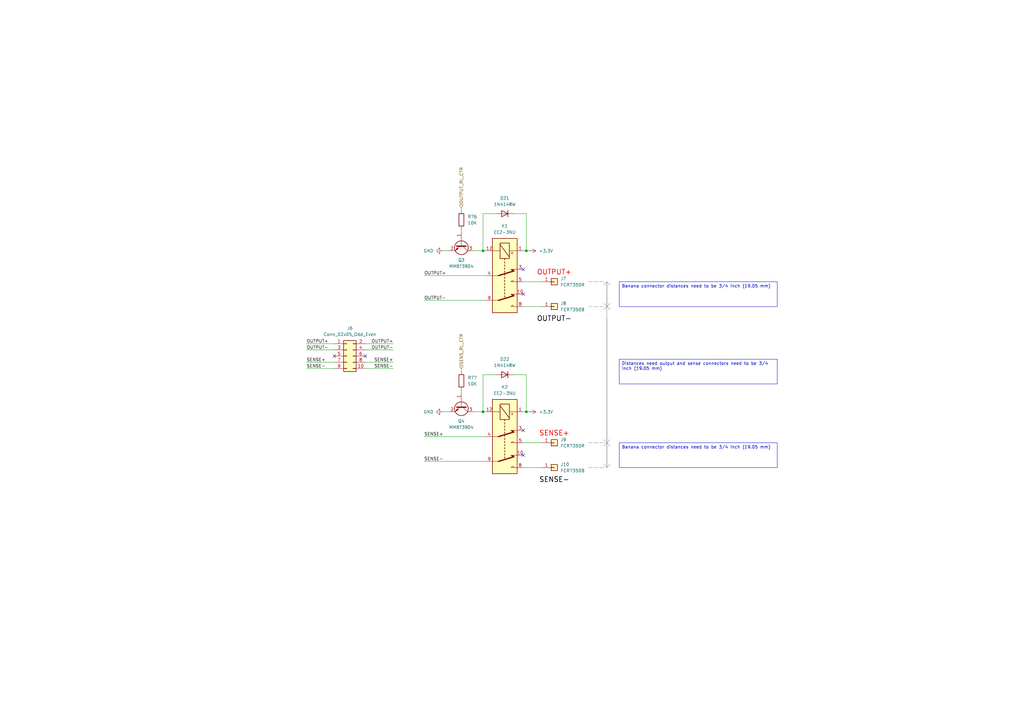
<source format=kicad_sch>
(kicad_sch (version 20250114) (generator "eeschema") (generator_version "9.0")
  (paper "A3")
  (lib_symbols
    (symbol "Connector_Generic:Conn_01x01" (pin_names (offset 1.016) (hide yes))
      (property "Reference" "J" (at 0 2.54 0))
      (property "Value" "Conn_01x01" (at 0 -2.54 0))
      (symbol "Conn_01x01_1_1"
        (rectangle (start -1.27 1.27) (end 1.27 -1.27) (stroke (width 0.254)) (fill (type background)))
        (rectangle (start -1.27 0.127) (end 0 -0.127) (stroke (width 0.1524)))
        (pin passive line (at -5.08 0 0) (length 3.81) (name "Pin_1") (number "1"))
      )
    )
    (symbol "Connector_Generic:Conn_02x05_Odd_Even" (pin_names (offset 1.016) (hide yes))
      (property "Reference" "J" (at 1.27 7.62 0))
      (property "Value" "Conn_02x05_Odd_Even" (at 1.27 -7.62 0))
      (symbol "Conn_02x05_Odd_Even_1_1"
        (rectangle (start -1.27 6.35) (end 3.81 -6.35) (stroke (width 0.254)) (fill (type background)))
        (rectangle (start -1.27 5.207) (end 0 4.953) (stroke (width 0.1524)))
        (rectangle (start -1.27 2.667) (end 0 2.413) (stroke (width 0.1524)))
        (rectangle (start -1.27 0.127) (end 0 -0.127) (stroke (width 0.1524)))
        (rectangle (start -1.27 -2.413) (end 0 -2.667) (stroke (width 0.1524)))
        (rectangle (start -1.27 -4.953) (end 0 -5.207) (stroke (width 0.1524)))
        (rectangle (start 3.81 5.207) (end 2.54 4.953) (stroke (width 0.1524)))
        (rectangle (start 3.81 2.667) (end 2.54 2.413) (stroke (width 0.1524)))
        (rectangle (start 3.81 0.127) (end 2.54 -0.127) (stroke (width 0.1524)))
        (rectangle (start 3.81 -2.413) (end 2.54 -2.667) (stroke (width 0.1524)))
        (rectangle (start 3.81 -4.953) (end 2.54 -5.207) (stroke (width 0.1524)))
        (pin passive line (at -5.08 5.08 0) (length 3.81) (name "Pin_1") (number "1"))
        (pin passive line (at -5.08 2.54 0) (length 3.81) (name "Pin_3") (number "3"))
        (pin passive line (at -5.08 0 0) (length 3.81) (name "Pin_5") (number "5"))
        (pin passive line (at -5.08 -2.54 0) (length 3.81) (name "Pin_7") (number "7"))
        (pin passive line (at -5.08 -5.08 0) (length 3.81) (name "Pin_9") (number "9"))
        (pin passive line (at 7.62 5.08 180) (length 3.81) (name "Pin_2") (number "2"))
        (pin passive line (at 7.62 2.54 180) (length 3.81) (name "Pin_4") (number "4"))
        (pin passive line (at 7.62 0 180) (length 3.81) (name "Pin_6") (number "6"))
        (pin passive line (at 7.62 -2.54 180) (length 3.81) (name "Pin_8") (number "8"))
        (pin passive line (at 7.62 -5.08 180) (length 3.81) (name "Pin_10") (number "10"))
      )
    )
    (symbol "Device:R" (pin_numbers (hide yes)) (pin_names (offset 0))
      (property "Reference" "R" (at 2.032 0 90))
      (property "Value" "R" (at 0 0 90))
      (symbol "R_0_1"
        (rectangle (start -1.016 -2.54) (end 1.016 2.54) (stroke (width 0.254)))
      )
      (symbol "R_1_1"
        (pin passive line (at 0 3.81 270) (length 1.27) (name "~") (number "1"))
        (pin passive line (at 0 -3.81 90) (length 1.27) (name "~") (number "2"))
      )
    )
    (symbol "Diode:1N4148W" (pin_numbers (hide yes)) (pin_names (hide yes))
      (property "Reference" "D" (at 0 2.54 0))
      (property "Value" "1N4148W" (at 0 -2.54 0))
      (symbol "1N4148W_0_1"
        (polyline (pts (xy -1.27 1.27) (xy -1.27 -1.27)) (stroke (width 0.254)))
        (polyline (pts (xy 1.27 1.27) (xy 1.27 -1.27) (xy -1.27 0) (xy 1.27 1.27)) (stroke (width 0.254)))
        (polyline (pts (xy 1.27 0) (xy -1.27 0)))
      )
      (symbol "1N4148W_1_1"
        (pin passive line (at -3.81 0 0) (length 2.54) (name "K") (number "1"))
        (pin passive line (at 3.81 0 180) (length 2.54) (name "A") (number "2"))
      )
    )
    (symbol "Relay:EE2-3NU"
      (property "Reference" "K" (at 15.24 8.89 0))
      (property "Value" "EE2-3NU" (at 19.05 6.35 0))
      (symbol "EE2-3NU_1_1"
        (rectangle (start -15.24 5.08) (end 15.24 -5.08) (stroke (width 0.254)) (fill (type background)))
        (rectangle (start -13.335 1.905) (end -6.985 -1.905) (stroke (width 0.254)))
        (polyline (pts (xy -12.7 -1.905) (xy -7.62 1.905)) (stroke (width 0.254)))
        (polyline (pts (xy -10.16 5.08) (xy -10.16 1.905)))
        (polyline (pts (xy -10.16 -5.08) (xy -10.16 -1.905)))
        (polyline (pts (xy -6.985 0) (xy -6.35 0)) (stroke (width 0.254)))
        (polyline (pts (xy -5.715 0) (xy -5.08 0)) (stroke (width 0.254)))
        (polyline (pts (xy -4.445 0) (xy -3.81 0)) (stroke (width 0.254)))
        (polyline (pts (xy -3.175 0) (xy -2.54 0)) (stroke (width 0.254)))
        (polyline (pts (xy -2.54 5.08) (xy -2.54 2.54) (xy -1.905 3.175) (xy -2.54 3.81)) (fill (type outline)))
        (polyline (pts (xy -1.905 0) (xy -1.27 0)) (stroke (width 0.254)))
        (polyline (pts (xy -0.635 0) (xy 0 0)) (stroke (width 0.254)))
        (polyline (pts (xy 0 -2.54) (xy -1.905 3.81)) (stroke (width 0.508)))
        (polyline (pts (xy 0 -2.54) (xy 0 -5.08)))
        (polyline (pts (xy 0.635 0) (xy 1.27 0)) (stroke (width 0.254)))
        (polyline (pts (xy 1.905 0) (xy 2.54 0)) (stroke (width 0.254)))
        (polyline (pts (xy 2.54 5.08) (xy 2.54 2.54) (xy 1.905 3.175) (xy 2.54 3.81)))
        (polyline (pts (xy 3.175 0) (xy 3.81 0)) (stroke (width 0.254)))
        (polyline (pts (xy 4.445 0) (xy 5.08 0)) (stroke (width 0.254)))
        (polyline (pts (xy 5.715 0) (xy 6.35 0)) (stroke (width 0.254)))
        (polyline (pts (xy 6.985 0) (xy 7.62 0)) (stroke (width 0.254)))
        (polyline (pts (xy 7.62 5.08) (xy 7.62 2.54) (xy 8.255 3.175) (xy 7.62 3.81)) (fill (type outline)))
        (polyline (pts (xy 8.255 0) (xy 8.89 0)) (stroke (width 0.254)))
        (polyline (pts (xy 10.16 -2.54) (xy 8.255 3.81)) (stroke (width 0.508)))
        (polyline (pts (xy 10.16 -2.54) (xy 10.16 -5.08)))
        (polyline (pts (xy 12.7 5.08) (xy 12.7 2.54) (xy 12.065 3.175) (xy 12.7 3.81)))
        (text "+" (at -9.271 2.921 0) (effects (font (size 1.27 1.27))))
        (pin passive line (at -10.16 7.62 270) (length 2.54) (name "~") (number "1"))
        (pin passive line (at -10.16 -7.62 90) (length 2.54) (name "~") (number "12"))
        (pin passive line (at -2.54 7.62 270) (length 2.54) (name "~") (number "3"))
        (pin passive line (at 0 -7.62 90) (length 2.54) (name "~") (number "4"))
        (pin passive line (at 2.54 7.62 270) (length 2.54) (name "~") (number "5"))
        (pin passive line (at 7.62 7.62 270) (length 2.54) (name "~") (number "10"))
        (pin passive line (at 10.16 -7.62 90) (length 2.54) (name "~") (number "9"))
        (pin passive line (at 12.7 7.62 270) (length 2.54) (name "~") (number "8"))
      )
    )
    (symbol "Transistor_BJT:MMBT3904" (pin_names (offset 0) (hide yes))
      (property "Reference" "Q" (at 5.08 1.905 0))
      (property "Value" "MMBT3904" (at 5.08 0 0))
      (symbol "MMBT3904_0_1"
        (polyline (pts (xy -2.54 0) (xy 0.635 0)))
        (polyline (pts (xy 0.635 1.905) (xy 0.635 -1.905)) (stroke (width 0.508)))
        (circle (center 1.27 0) (radius 2.8194) (stroke (width 0.254)))
      )
      (symbol "MMBT3904_1_1"
        (polyline (pts (xy 0.635 0.635) (xy 2.54 2.54)))
        (polyline (pts (xy 0.635 -0.635) (xy 2.54 -2.54)))
        (polyline (pts (xy 1.27 -1.778) (xy 1.778 -1.27) (xy 2.286 -2.286) (xy 1.27 -1.778)) (fill (type outline)))
        (pin input line (at -5.08 0 0) (length 2.54) (name "B") (number "1"))
        (pin passive line (at 2.54 5.08 270) (length 2.54) (name "C") (number "3"))
        (pin passive line (at 2.54 -5.08 90) (length 2.54) (name "E") (number "2"))
      )
    )
    (symbol "power:+3.3V" (power) (pin_numbers (hide yes)) (pin_names (offset 0) (hide yes))
      (property "Value" "+3.3V" (at 0 3.556 0))
      (symbol "+3.3V_0_1"
        (polyline (pts (xy -0.762 1.27) (xy 0 2.54)))
        (polyline (pts (xy 0 2.54) (xy 0.762 1.27)))
        (polyline (pts (xy 0 0) (xy 0 2.54)))
      )
      (symbol "+3.3V_1_1"
        (pin power_in line (at 0 0 90) (length 0) (name "~") (number "1"))
      )
    )
    (symbol "power:GND" (power) (pin_numbers (hide yes)) (pin_names (offset 0) (hide yes))
      (property "Value" "GND" (at 0 -3.81 0))
      (symbol "GND_0_1"
        (polyline (pts (xy 0 0) (xy 0 -1.27) (xy 1.27 -1.27) (xy 0 -2.54) (xy -1.27 -1.27) (xy 0 -1.27)))
      )
      (symbol "GND_1_1"
        (pin power_in line (at 0 0 270) (length 0) (name "~") (number "1"))
      )
    )
  )
  (text "SENSE-" (at 227.33 196.85 0) (effects (font (size 2.032 2.032) (thickness 0.254) (bold yes))))
  (text "OUTPUT+" (at 227.33 111.76 0) (effects (font (size 2.032 2.032) (thickness 0.254) (bold yes))))
  (text "SENSE+" (at 227.33 177.8 0) (effects (font (size 2.032 2.032) (thickness 0.254) (bold yes))))
  (text "OUTPUT-" (at 227.33 130.81 0) (effects (font (size 2.032 2.032) (thickness 0.254) (bold yes))))
  (text_box "Banana connector distances need to be 3/4 inch (19.05 mm)" (at 254 115.57 0) (size 64.77 10.16) (margins 0.9525 0.9525 0.9525 0.9525) (effects (font (size 1.27 1.27) (thickness 0.1588)) (justify left top)))
  (text_box "Banana connector distances need to be 3/4 inch (19.05 mm)" (at 254 181.61 0) (size 64.77 10.16) (margins 0.9525 0.9525 0.9525 0.9525) (effects (font (size 1.27 1.27) (thickness 0.1588)) (justify left top)))
  (text_box "Distances need output and sense connectors need to be 3/4 inch (19.05 mm)" (at 254 147.32 0) (size 64.77 10.16) (margins 0.9525 0.9525 0.9525 0.9525) (effects (font (size 1.27 1.27) (thickness 0.1588)) (justify left top)))
  (junction (at 215.9 168.91))
  (junction (at 198.12 102.87))
  (junction (at 198.12 168.91))
  (junction (at 215.9 102.87))
  (no_connect (at 137.16 146.05))
  (no_connect (at 214.63 110.49))
  (no_connect (at 214.63 186.69))
  (no_connect (at 214.63 120.65))
  (no_connect (at 214.63 176.53))
  (no_connect (at 149.86 146.05))
  (wire (pts (xy 173.99 189.23) (xy 199.39 189.23)))
  (polyline (pts (xy 248.92 181.61) (xy 250.19 182.88)) (stroke (width 0) (color 132 132 132 1)))
  (polyline (pts (xy 248.92 130.81) (xy 248.92 181.61)) (stroke (width 0) (color 132 132 132 1)))
  (polyline (pts (xy 248.92 191.77) (xy 248.92 181.61)) (stroke (width 0) (color 132 132 132 1)))
  (wire (pts (xy 198.12 153.67) (xy 198.12 168.91)))
  (wire (pts (xy 189.23 152.4) (xy 189.23 151.13)))
  (wire (pts (xy 214.63 191.77) (xy 222.25 191.77)))
  (wire (pts (xy 189.23 85.09) (xy 189.23 86.36)))
  (polyline (pts (xy 248.92 181.61) (xy 248.92 130.81)) (stroke (width 0) (color 132 132 132 1)))
  (wire (pts (xy 173.99 179.07) (xy 199.39 179.07)))
  (polyline (pts (xy 248.92 191.77) (xy 247.65 190.5)) (stroke (width 0) (color 132 132 132 1)))
  (wire (pts (xy 198.12 102.87) (xy 199.39 102.87)))
  (wire (pts (xy 215.9 168.91) (xy 214.63 168.91)))
  (polyline (pts (xy 248.92 181.61) (xy 250.19 180.34)) (stroke (width 0) (color 132 132 132 1)))
  (polyline (pts (xy 247.65 180.34) (xy 248.92 181.61)) (stroke (width 0) (color 132 132 132 1)))
  (wire (pts (xy 215.9 153.67) (xy 215.9 168.91)))
  (polyline (pts (xy 248.92 125.73) (xy 250.19 127)) (stroke (width 0) (color 132 132 132 1)))
  (polyline (pts (xy 247.65 182.88) (xy 248.92 181.61)) (stroke (width 0) (color 132 132 132 1)))
  (wire (pts (xy 173.99 113.03) (xy 199.39 113.03)))
  (polyline (pts (xy 248.92 181.61) (xy 248.92 191.77)) (stroke (width 0) (color 132 132 132 1)))
  (wire (pts (xy 217.17 102.87) (xy 215.9 102.87)))
  (wire (pts (xy 173.99 123.19) (xy 199.39 123.19)))
  (wire (pts (xy 181.61 102.87) (xy 184.15 102.87)))
  (polyline (pts (xy 247.65 125.73) (xy 241.3 125.73)) (stroke (width 0) (type dash) (color 132 132 132 1)))
  (wire (pts (xy 217.17 168.91) (xy 215.9 168.91)))
  (wire (pts (xy 210.82 153.67) (xy 215.9 153.67)))
  (wire (pts (xy 198.12 87.63) (xy 198.12 102.87)))
  (polyline (pts (xy 248.92 115.57) (xy 250.19 116.84)) (stroke (width 0) (color 132 132 132 1)))
  (wire (pts (xy 214.63 125.73) (xy 222.25 125.73)))
  (polyline (pts (xy 250.19 124.46) (xy 248.92 125.73)) (stroke (width 0) (color 132 132 132 1)))
  (polyline (pts (xy 250.19 190.5) (xy 248.92 191.77)) (stroke (width 0) (color 132 132 132 1)))
  (polyline (pts (xy 247.65 127) (xy 248.92 125.73)) (stroke (width 0) (color 132 132 132 1)))
  (wire (pts (xy 214.63 181.61) (xy 222.25 181.61)))
  (polyline (pts (xy 248.92 130.81) (xy 248.92 125.73)) (stroke (width 0) (color 132 132 132 1)))
  (wire (pts (xy 198.12 168.91) (xy 199.39 168.91)))
  (polyline (pts (xy 248.92 125.73) (xy 247.65 124.46)) (stroke (width 0) (color 132 132 132 1)))
  (wire (pts (xy 203.2 153.67) (xy 198.12 153.67)))
  (wire (pts (xy 214.63 115.57) (xy 222.25 115.57)))
  (polyline (pts (xy 247.65 115.57) (xy 241.3 115.57)) (stroke (width 0) (type dash) (color 132 132 132 1)))
  (polyline (pts (xy 247.65 116.84) (xy 248.92 115.57)) (stroke (width 0) (color 132 132 132 1)))
  (wire (pts (xy 194.31 168.91) (xy 198.12 168.91)))
  (wire (pts (xy 125.73 151.13) (xy 137.16 151.13)))
  (wire (pts (xy 149.86 140.97) (xy 161.29 140.97)))
  (wire (pts (xy 149.86 143.51) (xy 161.29 143.51)))
  (polyline (pts (xy 248.92 125.73) (xy 248.92 115.57)) (stroke (width 0) (color 132 132 132 1)))
  (wire (pts (xy 125.73 140.97) (xy 137.16 140.97)))
  (polyline (pts (xy 247.65 181.61) (xy 241.3 181.61)) (stroke (width 0) (type dash) (color 132 132 132 1)))
  (polyline (pts (xy 248.92 115.57) (xy 248.92 125.73)) (stroke (width 0) (color 132 132 132 1)))
  (wire (pts (xy 125.73 148.59) (xy 137.16 148.59)))
  (wire (pts (xy 189.23 93.98) (xy 189.23 95.25)))
  (wire (pts (xy 149.86 148.59) (xy 161.29 148.59)))
  (wire (pts (xy 149.86 151.13) (xy 161.29 151.13)))
  (polyline (pts (xy 247.65 191.77) (xy 241.3 191.77)) (stroke (width 0) (type dash) (color 132 132 132 1)))
  (wire (pts (xy 210.82 87.63) (xy 215.9 87.63)))
  (wire (pts (xy 215.9 87.63) (xy 215.9 102.87)))
  (wire (pts (xy 203.2 87.63) (xy 198.12 87.63)))
  (wire (pts (xy 215.9 102.87) (xy 214.63 102.87)))
  (wire (pts (xy 181.61 168.91) (xy 184.15 168.91)))
  (wire (pts (xy 194.31 102.87) (xy 198.12 102.87)))
  (wire (pts (xy 189.23 160.02) (xy 189.23 161.29)))
  (wire (pts (xy 125.73 143.51) (xy 137.16 143.51)))
  (label "SENSE+" (at 125.73 148.59 0))
  (label "OUTPUT+" (at 125.73 140.97 0))
  (label "OUTPUT+" (at 173.99 113.03 0))
  (label "SENSE-" (at 173.99 189.23 0))
  (label "SENSE-" (at 125.73 151.13 0))
  (label "OUTPUT+" (at 161.29 140.97 180))
  (label "OUTPUT-" (at 173.99 123.19 0))
  (label "OUTPUT-" (at 161.29 143.51 180))
  (label "OUTPUT-" (at 125.73 143.51 0))
  (label "SENSE+" (at 173.99 179.07 0))
  (label "SENSE-" (at 161.29 151.13 180))
  (label "SENSE+" (at 161.29 148.59 180))
  (hierarchical_label "SENS_RL_CTR" (shape input) (at 189.23 151.13 90))
  (hierarchical_label "OUTPUT_RL_CTR" (shape input) (at 189.23 85.09 90))
  (symbol (lib_id "Connector_Generic:Conn_01x01") (at 227.33 191.77 0) (unit 1)
    (property "Reference" "J10" (at 229.87 190.4999 0) (effects (justify left)))
    (property "Value" "FCR7350B" (at 229.87 193.0399 0) (effects (justify left)))
    (property "Footprint" "ETH1CVOLT_A:S16N-PC" (effects (hide yes)))
    (property "Description" "Generic connector, single row, 01x01, script generated (kicad-library-utils/schlib/autogen/connector/)" (effects (hide yes)))
  )
  (symbol (lib_id "Relay:EE2-3NU") (at 207.01 113.03 270) (unit 1)
    (property "Reference" "K1" (at 207.01 92.71 90))
    (property "Value" "EE2-3NU" (at 207.01 95.25 90))
    (property "Footprint" "Relay_SMD:Relay_DPDT_Kemet_EE2_NU" (effects (hide yes)))
    (property "Datasheet" "https://content.kemet.com/datasheets/KEM_R7002_EC2_EE2.pdf" (effects (hide yes)))
    (property "Description" "General purpose signal relay, Kemet EE2 Series, DPDT (2 Form C), non-latching, SMD, 60W/125VA, 220VDC/250VAC, 2A, 3V DC coil" (effects (hide yes)))
  )
  (symbol (lib_id "Connector_Generic:Conn_01x01") (at 227.33 115.57 0) (unit 1)
    (property "Reference" "J7" (at 229.87 114.2999 0) (effects (justify left)))
    (property "Value" "FCR7350R" (at 229.87 116.8399 0) (effects (justify left)))
    (property "Footprint" "ETH1CVOLT_A:S16N-PC" (effects (hide yes)))
    (property "Description" "Generic connector, single row, 01x01, script generated (kicad-library-utils/schlib/autogen/connector/)" (effects (hide yes)))
  )
  (symbol (lib_id "power:GND") (at 181.61 168.91 270) (unit 1)
    (property "Reference" "#PWR0146" (effects (hide yes)))
    (property "Value" "GND" (at 177.8 168.9099 90) (effects (justify right)))
    (property "Description" "Power symbol creates a global label with name \"GND\" , ground" (effects (hide yes)))
  )
  (symbol (lib_id "Transistor_BJT:MMBT3904") (at 189.23 100.33 270) (unit 1)
    (property "Reference" "Q3" (at 189.23 106.68 90))
    (property "Value" "MMBT3904" (at 189.23 109.22 90))
    (property "Footprint" "Package_TO_SOT_SMD:SOT-23" (effects (hide yes)))
    (property "Datasheet" "https://www.onsemi.com/pdf/datasheet/pzt3904-d.pdf" (effects (hide yes)))
    (property "Description" "0.2A Ic, 40V Vce, Small Signal NPN Transistor, SOT-23" (effects (hide yes)))
    (property "Sim.Device" "NPN" (effects (hide yes)))
    (property "Sim.Pins" "1=B 2=E 3=C" (effects (hide yes)))
  )
  (symbol (lib_id "power:+3.3V") (at 217.17 102.87 270) (unit 1)
    (property "Reference" "#PWR0151" (effects (hide yes)))
    (property "Value" "+3.3V" (at 220.98 102.8699 90) (effects (justify left)))
    (property "Description" "Power symbol creates a global label with name \"+3.3V\"" (effects (hide yes)))
  )
  (symbol (lib_id "Transistor_BJT:MMBT3904") (at 189.23 166.37 270) (unit 1)
    (property "Reference" "Q4" (at 189.23 172.72 90))
    (property "Value" "MMBT3904" (at 189.23 175.26 90))
    (property "Footprint" "Package_TO_SOT_SMD:SOT-23" (effects (hide yes)))
    (property "Datasheet" "https://www.onsemi.com/pdf/datasheet/pzt3904-d.pdf" (effects (hide yes)))
    (property "Description" "0.2A Ic, 40V Vce, Small Signal NPN Transistor, SOT-23" (effects (hide yes)))
    (property "Sim.Device" "NPN" (effects (hide yes)))
    (property "Sim.Pins" "1=B 2=E 3=C" (effects (hide yes)))
  )
  (symbol (lib_id "Relay:EE2-3NU") (at 207.01 179.07 270) (unit 1)
    (property "Reference" "K2" (at 207.01 158.75 90))
    (property "Value" "EE2-3NU" (at 207.01 161.29 90))
    (property "Footprint" "Relay_SMD:Relay_DPDT_Kemet_EE2_NU" (effects (hide yes)))
    (property "Datasheet" "https://content.kemet.com/datasheets/KEM_R7002_EC2_EE2.pdf" (effects (hide yes)))
    (property "Description" "General purpose signal relay, Kemet EE2 Series, DPDT (2 Form C), non-latching, SMD, 60W/125VA, 220VDC/250VAC, 2A, 3V DC coil" (effects (hide yes)))
  )
  (symbol (lib_id "Diode:1N4148W") (at 207.01 153.67 180) (unit 1)
    (property "Reference" "D22" (at 207.01 147.32 0))
    (property "Value" "1N4148W" (at 207.01 149.86 0))
    (property "Footprint" "Diode_SMD:D_SOD-123" (effects (hide yes)))
    (property "Datasheet" "https://www.vishay.com/docs/85748/1n4148w.pdf" (effects (hide yes)))
    (property "Description" "75V 0.15A Fast Switching Diode, SOD-123" (effects (hide yes)))
    (property "Sim.Device" "D" (effects (hide yes)))
    (property "Sim.Pins" "1=K 2=A" (effects (hide yes)))
  )
  (symbol (lib_id "Diode:1N4148W") (at 207.01 87.63 180) (unit 1)
    (property "Reference" "D21" (at 207.01 81.28 0))
    (property "Value" "1N4148W" (at 207.01 83.82 0))
    (property "Footprint" "Diode_SMD:D_SOD-123" (effects (hide yes)))
    (property "Datasheet" "https://www.vishay.com/docs/85748/1n4148w.pdf" (effects (hide yes)))
    (property "Description" "75V 0.15A Fast Switching Diode, SOD-123" (effects (hide yes)))
    (property "Sim.Device" "D" (effects (hide yes)))
    (property "Sim.Pins" "1=K 2=A" (effects (hide yes)))
  )
  (symbol (lib_id "Connector_Generic:Conn_02x05_Odd_Even") (at 142.24 146.05 0) (unit 1)
    (property "Reference" "J6" (at 143.51 134.62 0))
    (property "Value" "Conn_02x05_Odd_Even" (at 143.51 137.16 0))
    (property "Footprint" "Connector_PinSocket_2.54mm:PinSocket_2x05_P2.54mm_Vertical_SMD" (effects (hide yes)))
    (property "Description" "Generic connector, double row, 02x05, odd/even pin numbering scheme (row 1 odd numbers, row 2 even numbers), script generated (kicad-library-utils/schlib/autogen/connector/)" (effects (hide yes)))
  )
  (symbol (lib_id "power:GND") (at 181.61 102.87 270) (unit 1)
    (property "Reference" "#PWR0145" (effects (hide yes)))
    (property "Value" "GND" (at 177.8 102.8699 90) (effects (justify right)))
    (property "Description" "Power symbol creates a global label with name \"GND\" , ground" (effects (hide yes)))
  )
  (symbol (lib_id "Device:R") (at 189.23 90.17 0) (unit 1)
    (property "Reference" "R76" (at 191.77 88.8999 0) (effects (justify left)))
    (property "Value" "10K" (at 191.77 91.4399 0) (effects (justify left)))
    (property "Footprint" "Resistor_SMD:R_0603_1608Metric_Pad0.98x0.95mm_HandSolder" (effects (hide yes)))
    (property "Description" "Resistor" (effects (hide yes)))
  )
  (symbol (lib_id "power:+3.3V") (at 217.17 168.91 270) (unit 1)
    (property "Reference" "#PWR0152" (effects (hide yes)))
    (property "Value" "+3.3V" (at 220.98 168.9099 90) (effects (justify left)))
    (property "Description" "Power symbol creates a global label with name \"+3.3V\"" (effects (hide yes)))
  )
  (symbol (lib_id "Connector_Generic:Conn_01x01") (at 227.33 125.73 0) (unit 1)
    (property "Reference" "J8" (at 229.87 124.4599 0) (effects (justify left)))
    (property "Value" "FCR7350B" (at 229.87 126.9999 0) (effects (justify left)))
    (property "Footprint" "ETH1CVOLT_A:S16N-PC" (effects (hide yes)))
    (property "Description" "Generic connector, single row, 01x01, script generated (kicad-library-utils/schlib/autogen/connector/)" (effects (hide yes)))
  )
  (symbol (lib_id "Connector_Generic:Conn_01x01") (at 227.33 181.61 0) (unit 1)
    (property "Reference" "J9" (at 229.87 180.3399 0) (effects (justify left)))
    (property "Value" "FCR7350R" (at 229.87 182.8799 0) (effects (justify left)))
    (property "Footprint" "ETH1CVOLT_A:S16N-PC" (effects (hide yes)))
    (property "Description" "Generic connector, single row, 01x01, script generated (kicad-library-utils/schlib/autogen/connector/)" (effects (hide yes)))
  )
  (symbol (lib_id "Device:R") (at 189.23 156.21 0) (unit 1)
    (property "Reference" "R77" (at 191.77 154.9399 0) (effects (justify left)))
    (property "Value" "10K" (at 191.77 157.4799 0) (effects (justify left)))
    (property "Footprint" "Resistor_SMD:R_0603_1608Metric_Pad0.98x0.95mm_HandSolder" (effects (hide yes)))
    (property "Description" "Resistor" (effects (hide yes)))
  )
)
</source>
